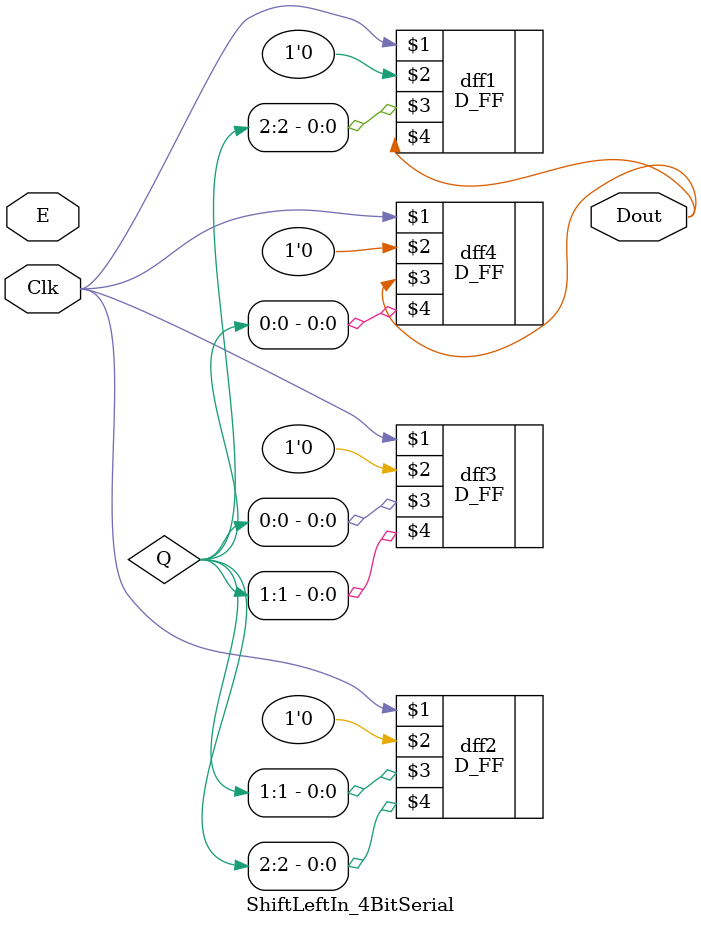
<source format=v>
`timescale 1ns / 1ps

//          Module for Serial I/O Shift Right for 4 bits
//////////////////////////////////////////////////////////////////////////////////


//                           Clock, Enable, DataOut
module ShiftLeftIn_4BitSerial(Clk  ,E     , Dout);
    input Clk, E;
    output Dout;
    wire [2:0] Q; // output for first 3 FF's
    
    // For now reset is always 0
    // Instantiate 4 D flip flop modules
    //                           Clock, Reset, Input, Output                                
    D_FF        dff1            (Clk  , 1'b0 , Q[2] , Dout); 
    //                           Clock, Reset, Input, Output                                
    D_FF        dff2            (Clk  , 1'b0 , Q[1] , Q[2]); 
    //                           Clock, Reset, Input, Output                                
    D_FF        dff3            (Clk  , 1'b0 , Q[0] , Q[1]); 
    //                           Clock, Reset, Input, Output                                
    D_FF        dff4            (Clk  , 1'b0 , Dout  , Q[0]); 
    
endmodule

</source>
